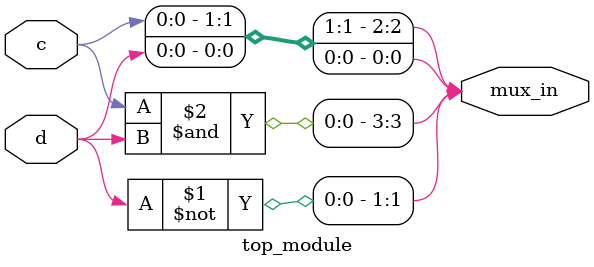
<source format=sv>
module top_module (
    input c,
    input d,
    output [3:0] mux_in
);

    // 2-to-1 mux1
    assign mux_in[0] = d;
    assign mux_in[1] = ~d;

    // 2-to-1 mux2
    assign mux_in[2] = c;
    assign mux_in[3] = c & d;

endmodule

</source>
